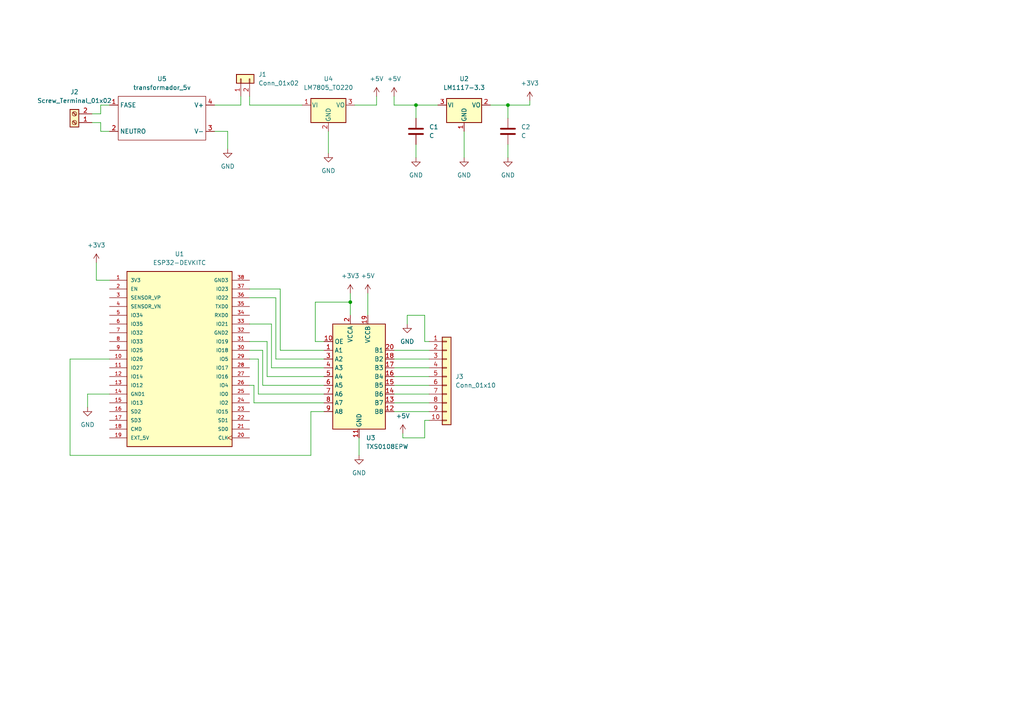
<source format=kicad_sch>
(kicad_sch (version 20211123) (generator eeschema)
  (paper "A4")
  (lib_symbols
    (symbol "Connector:Screw_Terminal_01x02" (pin_names (offset 1.016) hide)
      (property "Reference" "J" (at 0 2.54 0))
      (property "Value" "Screw_Terminal_01x02" (at 0 -5.08 0))
      (symbol "Screw_Terminal_01x02_1_1"
        (rectangle (start -1.27 1.27) (end 1.27 -3.81) (stroke (width 0.254)) (fill (type background)))
        (circle (center 0 -2.54) (radius 0.635) (stroke (width 0.1524)))
        (polyline (pts (xy -0.5334 -2.2098) (xy 0.3302 -3.048)) (stroke (width 0.1524)))
        (polyline (pts (xy -0.5334 0.3302) (xy 0.3302 -0.508)) (stroke (width 0.1524)))
        (polyline (pts (xy -0.3556 -2.032) (xy 0.508 -2.8702)) (stroke (width 0.1524)))
        (polyline (pts (xy -0.3556 0.508) (xy 0.508 -0.3302)) (stroke (width 0.1524)))
        (circle (center 0 0) (radius 0.635) (stroke (width 0.1524)))
        (pin passive line (at -5.08 0 0) (length 3.81) (name "Pin_1") (number "1"))
        (pin passive line (at -5.08 -2.54 0) (length 3.81) (name "Pin_2") (number "2"))
      )
    )
    (symbol "Connector_Generic:Conn_01x02" (pin_names (offset 1.016) hide)
      (property "Reference" "J" (at 0 2.54 0))
      (property "Value" "Conn_01x02" (at 0 -5.08 0))
      (symbol "Conn_01x02_1_1"
        (rectangle (start -1.27 -2.413) (end 0 -2.667) (stroke (width 0.1524)))
        (rectangle (start -1.27 0.127) (end 0 -0.127) (stroke (width 0.1524)))
        (rectangle (start -1.27 1.27) (end 1.27 -3.81) (stroke (width 0.254)) (fill (type background)))
        (pin passive line (at -5.08 0 0) (length 3.81) (name "Pin_1") (number "1"))
        (pin passive line (at -5.08 -2.54 0) (length 3.81) (name "Pin_2") (number "2"))
      )
    )
    (symbol "Connector_Generic:Conn_01x10" (pin_names (offset 1.016) hide)
      (property "Reference" "J" (at 0 12.7 0))
      (property "Value" "Conn_01x10" (at 0 -15.24 0))
      (symbol "Conn_01x10_1_1"
        (rectangle (start -1.27 -12.573) (end 0 -12.827) (stroke (width 0.1524)))
        (rectangle (start -1.27 -10.033) (end 0 -10.287) (stroke (width 0.1524)))
        (rectangle (start -1.27 -7.493) (end 0 -7.747) (stroke (width 0.1524)))
        (rectangle (start -1.27 -4.953) (end 0 -5.207) (stroke (width 0.1524)))
        (rectangle (start -1.27 -2.413) (end 0 -2.667) (stroke (width 0.1524)))
        (rectangle (start -1.27 0.127) (end 0 -0.127) (stroke (width 0.1524)))
        (rectangle (start -1.27 2.667) (end 0 2.413) (stroke (width 0.1524)))
        (rectangle (start -1.27 5.207) (end 0 4.953) (stroke (width 0.1524)))
        (rectangle (start -1.27 7.747) (end 0 7.493) (stroke (width 0.1524)))
        (rectangle (start -1.27 10.287) (end 0 10.033) (stroke (width 0.1524)))
        (rectangle (start -1.27 11.43) (end 1.27 -13.97) (stroke (width 0.254)) (fill (type background)))
        (pin passive line (at -5.08 10.16 0) (length 3.81) (name "Pin_1") (number "1"))
        (pin passive line (at -5.08 -12.7 0) (length 3.81) (name "Pin_10") (number "10"))
        (pin passive line (at -5.08 7.62 0) (length 3.81) (name "Pin_2") (number "2"))
        (pin passive line (at -5.08 5.08 0) (length 3.81) (name "Pin_3") (number "3"))
        (pin passive line (at -5.08 2.54 0) (length 3.81) (name "Pin_4") (number "4"))
        (pin passive line (at -5.08 0 0) (length 3.81) (name "Pin_5") (number "5"))
        (pin passive line (at -5.08 -2.54 0) (length 3.81) (name "Pin_6") (number "6"))
        (pin passive line (at -5.08 -5.08 0) (length 3.81) (name "Pin_7") (number "7"))
        (pin passive line (at -5.08 -7.62 0) (length 3.81) (name "Pin_8") (number "8"))
        (pin passive line (at -5.08 -10.16 0) (length 3.81) (name "Pin_9") (number "9"))
      )
    )
    (symbol "Device:C" (pin_numbers hide) (pin_names (offset 0.254))
      (property "Reference" "C" (at 0.635 2.54 0))
      (property "Value" "C" (at 0.635 -2.54 0))
      (symbol "C_0_1"
        (polyline (pts (xy -2.032 -0.762) (xy 2.032 -0.762)) (stroke (width 0.508)))
        (polyline (pts (xy -2.032 0.762) (xy 2.032 0.762)) (stroke (width 0.508)))
      )
      (symbol "C_1_1"
        (pin passive line (at 0 3.81 270) (length 2.794) (name "~") (number "1"))
        (pin passive line (at 0 -3.81 90) (length 2.794) (name "~") (number "2"))
      )
    )
    (symbol "ESP32-DEVKITC:ESP32-DEVKITC" (pin_names (offset 1.016))
      (property "Reference" "U" (at -15.2572 26.0643 0))
      (property "Value" "ESP32-DEVKITC" (at -15.2563 -27.9698 0))
      (symbol "ESP32-DEVKITC_0_0"
        (rectangle (start -15.24 -25.4) (end 15.24 25.4) (stroke (width 0.254)) (fill (type background)))
        (pin power_in line (at -20.32 22.86 0) (length 5.08) (name "3V3") (number "1"))
        (pin bidirectional line (at -20.32 0 0) (length 5.08) (name "IO26") (number "10"))
        (pin bidirectional line (at -20.32 -2.54 0) (length 5.08) (name "IO27") (number "11"))
        (pin bidirectional line (at -20.32 -5.08 0) (length 5.08) (name "IO14") (number "12"))
        (pin bidirectional line (at -20.32 -7.62 0) (length 5.08) (name "IO12") (number "13"))
        (pin power_in line (at -20.32 -10.16 0) (length 5.08) (name "GND1") (number "14"))
        (pin bidirectional line (at -20.32 -12.7 0) (length 5.08) (name "IO13") (number "15"))
        (pin bidirectional line (at -20.32 -15.24 0) (length 5.08) (name "SD2") (number "16"))
        (pin bidirectional line (at -20.32 -17.78 0) (length 5.08) (name "SD3") (number "17"))
        (pin bidirectional line (at -20.32 -20.32 0) (length 5.08) (name "CMD") (number "18"))
        (pin power_in line (at -20.32 -22.86 0) (length 5.08) (name "EXT_5V") (number "19"))
        (pin input line (at -20.32 20.32 0) (length 5.08) (name "EN") (number "2"))
        (pin input clock (at 20.32 -22.86 180) (length 5.08) (name "CLK") (number "20"))
        (pin bidirectional line (at 20.32 -20.32 180) (length 5.08) (name "SD0") (number "21"))
        (pin bidirectional line (at 20.32 -17.78 180) (length 5.08) (name "SD1") (number "22"))
        (pin bidirectional line (at 20.32 -15.24 180) (length 5.08) (name "IO15") (number "23"))
        (pin bidirectional line (at 20.32 -12.7 180) (length 5.08) (name "IO2") (number "24"))
        (pin bidirectional line (at 20.32 -10.16 180) (length 5.08) (name "IO0") (number "25"))
        (pin bidirectional line (at 20.32 -7.62 180) (length 5.08) (name "IO4") (number "26"))
        (pin bidirectional line (at 20.32 -5.08 180) (length 5.08) (name "IO16") (number "27"))
        (pin bidirectional line (at 20.32 -2.54 180) (length 5.08) (name "IO17") (number "28"))
        (pin bidirectional line (at 20.32 0 180) (length 5.08) (name "IO5") (number "29"))
        (pin input line (at -20.32 17.78 0) (length 5.08) (name "SENSOR_VP") (number "3"))
        (pin bidirectional line (at 20.32 2.54 180) (length 5.08) (name "IO18") (number "30"))
        (pin bidirectional line (at 20.32 5.08 180) (length 5.08) (name "IO19") (number "31"))
        (pin power_in line (at 20.32 7.62 180) (length 5.08) (name "GND2") (number "32"))
        (pin bidirectional line (at 20.32 10.16 180) (length 5.08) (name "IO21") (number "33"))
        (pin input line (at 20.32 12.7 180) (length 5.08) (name "RXD0") (number "34"))
        (pin output line (at 20.32 15.24 180) (length 5.08) (name "TXD0") (number "35"))
        (pin bidirectional line (at 20.32 17.78 180) (length 5.08) (name "IO22") (number "36"))
        (pin bidirectional line (at 20.32 20.32 180) (length 5.08) (name "IO23") (number "37"))
        (pin power_in line (at 20.32 22.86 180) (length 5.08) (name "GND3") (number "38"))
        (pin input line (at -20.32 15.24 0) (length 5.08) (name "SENSOR_VN") (number "4"))
        (pin bidirectional line (at -20.32 12.7 0) (length 5.08) (name "IO34") (number "5"))
        (pin bidirectional line (at -20.32 10.16 0) (length 5.08) (name "IO35") (number "6"))
        (pin bidirectional line (at -20.32 7.62 0) (length 5.08) (name "IO32") (number "7"))
        (pin bidirectional line (at -20.32 5.08 0) (length 5.08) (name "IO33") (number "8"))
        (pin bidirectional line (at -20.32 2.54 0) (length 5.08) (name "IO25") (number "9"))
      )
    )
    (symbol "ESP32-DEVKITC:transformador_5v"
      (property "Reference" "U" (at 0 -12.7 0))
      (property "Value" "transformador_5v" (at 1.27 -10.16 0))
      (symbol "transformador_5v_0_1"
        (rectangle (start -12.7 6.35) (end 12.7 -6.35))
      )
      (symbol "transformador_5v_1_1"
        (pin input line (at -15.24 3.81 0) (length 2.54) (name "FASE") (number "1"))
        (pin input line (at -15.24 -3.81 0) (length 2.54) (name "NEUTRO") (number "2"))
        (pin output line (at 15.24 -3.81 180) (length 2.54) (name "V-") (number "3"))
        (pin output line (at 15.24 3.81 180) (length 2.54) (name "V+") (number "4"))
      )
    )
    (symbol "Logic_LevelTranslator:TXS0108EPW"
      (property "Reference" "U" (at -6.35 16.51 0))
      (property "Value" "TXS0108EPW" (at 3.81 16.51 0))
      (symbol "TXS0108EPW_0_1"
        (rectangle (start -7.62 15.24) (end 7.62 -15.24) (stroke (width 0.254)) (fill (type background)))
      )
      (symbol "TXS0108EPW_1_1"
        (pin bidirectional line (at -10.16 7.62 0) (length 2.54) (name "A1") (number "1"))
        (pin input line (at -10.16 10.16 0) (length 2.54) (name "OE") (number "10"))
        (pin power_in line (at 0 -17.78 90) (length 2.54) (name "GND") (number "11"))
        (pin bidirectional line (at 10.16 -10.16 180) (length 2.54) (name "B8") (number "12"))
        (pin bidirectional line (at 10.16 -7.62 180) (length 2.54) (name "B7") (number "13"))
        (pin bidirectional line (at 10.16 -5.08 180) (length 2.54) (name "B6") (number "14"))
        (pin bidirectional line (at 10.16 -2.54 180) (length 2.54) (name "B5") (number "15"))
        (pin bidirectional line (at 10.16 0 180) (length 2.54) (name "B4") (number "16"))
        (pin bidirectional line (at 10.16 2.54 180) (length 2.54) (name "B3") (number "17"))
        (pin bidirectional line (at 10.16 5.08 180) (length 2.54) (name "B2") (number "18"))
        (pin power_in line (at 2.54 17.78 270) (length 2.54) (name "VCCB") (number "19"))
        (pin power_in line (at -2.54 17.78 270) (length 2.54) (name "VCCA") (number "2"))
        (pin bidirectional line (at 10.16 7.62 180) (length 2.54) (name "B1") (number "20"))
        (pin bidirectional line (at -10.16 5.08 0) (length 2.54) (name "A2") (number "3"))
        (pin bidirectional line (at -10.16 2.54 0) (length 2.54) (name "A3") (number "4"))
        (pin bidirectional line (at -10.16 0 0) (length 2.54) (name "A4") (number "5"))
        (pin bidirectional line (at -10.16 -2.54 0) (length 2.54) (name "A5") (number "6"))
        (pin bidirectional line (at -10.16 -5.08 0) (length 2.54) (name "A6") (number "7"))
        (pin bidirectional line (at -10.16 -7.62 0) (length 2.54) (name "A7") (number "8"))
        (pin bidirectional line (at -10.16 -10.16 0) (length 2.54) (name "A8") (number "9"))
      )
    )
    (symbol "Regulator_Linear:LM1117-3.3" (pin_names (offset 0.254))
      (property "Reference" "U" (at -3.81 3.175 0))
      (property "Value" "LM1117-3.3" (at 0 3.175 0))
      (symbol "LM1117-3.3_0_1"
        (rectangle (start -5.08 -5.08) (end 5.08 1.905) (stroke (width 0.254)) (fill (type background)))
      )
      (symbol "LM1117-3.3_1_1"
        (pin power_in line (at 0 -7.62 90) (length 2.54) (name "GND") (number "1"))
        (pin power_out line (at 7.62 0 180) (length 2.54) (name "VO") (number "2"))
        (pin power_in line (at -7.62 0 0) (length 2.54) (name "VI") (number "3"))
      )
    )
    (symbol "Regulator_Linear:LM7805_TO220" (pin_names (offset 0.254))
      (property "Reference" "U" (at -3.81 3.175 0))
      (property "Value" "LM7805_TO220" (at 0 3.175 0))
      (symbol "LM7805_TO220_0_1"
        (rectangle (start -5.08 1.905) (end 5.08 -5.08) (stroke (width 0.254)) (fill (type background)))
      )
      (symbol "LM7805_TO220_1_1"
        (pin power_in line (at -7.62 0 0) (length 2.54) (name "VI") (number "1"))
        (pin power_in line (at 0 -7.62 90) (length 2.54) (name "GND") (number "2"))
        (pin power_out line (at 7.62 0 180) (length 2.54) (name "VO") (number "3"))
      )
    )
    (symbol "power:+3V3" (power) (pin_names (offset 0))
      (property "Value" "+3V3" (at 0 3.556 0))
      (symbol "+3V3_0_1"
        (polyline (pts (xy -0.762 1.27) (xy 0 2.54)))
        (polyline (pts (xy 0 0) (xy 0 2.54)))
        (polyline (pts (xy 0 2.54) (xy 0.762 1.27)))
      )
      (symbol "+3V3_1_1"
        (pin power_in line (at 0 0 90) (length 0) hide (name "+3V3") (number "1"))
      )
    )
    (symbol "power:+5V" (power) (pin_names (offset 0))
      (property "Value" "+5V" (at 0 3.556 0))
      (symbol "+5V_0_1"
        (polyline (pts (xy -0.762 1.27) (xy 0 2.54)))
        (polyline (pts (xy 0 0) (xy 0 2.54)))
        (polyline (pts (xy 0 2.54) (xy 0.762 1.27)))
      )
      (symbol "+5V_1_1"
        (pin power_in line (at 0 0 90) (length 0) hide (name "+5V") (number "1"))
      )
    )
    (symbol "power:GND" (power) (pin_names (offset 0))
      (property "Value" "GND" (at 0 -3.81 0))
      (symbol "GND_0_1"
        (polyline (pts (xy 0 0) (xy 0 -1.27) (xy 1.27 -1.27) (xy 0 -2.54) (xy -1.27 -1.27) (xy 0 -1.27)))
      )
      (symbol "GND_1_1"
        (pin power_in line (at 0 0 270) (length 0) hide (name "GND") (number "1"))
      )
    )
  )
  (junction (at 101.6 87.63))
  (junction (at 147.32 30.48))
  (junction (at 120.65 30.48))
  (wire (pts (xy 123.19 121.92) (xy 124.46 121.92)))
  (wire (pts (xy 134.62 38.1) (xy 134.62 45.72)))
  (wire (pts (xy 29.21 30.48) (xy 31.75 30.48)))
  (wire (pts (xy 27.94 81.28) (xy 31.75 81.28)))
  (wire (pts (xy 109.22 30.48) (xy 102.87 30.48)))
  (wire (pts (xy 31.75 114.3) (xy 25.4 114.3)))
  (wire (pts (xy 127 30.48) (xy 120.65 30.48)))
  (wire (pts (xy 120.65 41.91) (xy 120.65 45.72)))
  (wire (pts (xy 20.32 104.14) (xy 20.32 132.08)))
  (wire (pts (xy 74.93 104.14) (xy 74.93 114.3)))
  (wire (pts (xy 114.3 104.14) (xy 124.46 104.14)))
  (wire (pts (xy 91.44 87.63) (xy 101.6 87.63)))
  (wire (pts (xy 29.21 33.02) (xy 29.21 30.48)))
  (wire (pts (xy 78.74 106.68) (xy 93.98 106.68)))
  (wire (pts (xy 74.93 114.3) (xy 93.98 114.3)))
  (wire (pts (xy 118.11 93.98) (xy 118.11 91.44)))
  (wire (pts (xy 29.21 38.1) (xy 31.75 38.1)))
  (wire (pts (xy 26.67 35.56) (xy 29.21 35.56)))
  (wire (pts (xy 81.28 83.82) (xy 81.28 101.6)))
  (wire (pts (xy 114.3 114.3) (xy 124.46 114.3)))
  (wire (pts (xy 72.39 27.94) (xy 72.39 30.48)))
  (wire (pts (xy 80.01 86.36) (xy 80.01 104.14)))
  (wire (pts (xy 118.11 91.44) (xy 123.19 91.44)))
  (wire (pts (xy 77.47 99.06) (xy 77.47 109.22)))
  (wire (pts (xy 66.04 38.1) (xy 66.04 43.18)))
  (wire (pts (xy 78.74 93.98) (xy 78.74 106.68)))
  (wire (pts (xy 90.17 119.38) (xy 93.98 119.38)))
  (wire (pts (xy 62.23 38.1) (xy 66.04 38.1)))
  (wire (pts (xy 90.17 132.08) (xy 90.17 119.38)))
  (wire (pts (xy 20.32 132.08) (xy 90.17 132.08)))
  (wire (pts (xy 153.67 30.48) (xy 147.32 30.48)))
  (wire (pts (xy 114.3 106.68) (xy 124.46 106.68)))
  (wire (pts (xy 153.67 29.21) (xy 153.67 30.48)))
  (wire (pts (xy 114.3 116.84) (xy 124.46 116.84)))
  (wire (pts (xy 72.39 93.98) (xy 78.74 93.98)))
  (wire (pts (xy 147.32 41.91) (xy 147.32 45.72)))
  (wire (pts (xy 123.19 127) (xy 123.19 121.92)))
  (wire (pts (xy 72.39 86.36) (xy 80.01 86.36)))
  (wire (pts (xy 73.66 116.84) (xy 93.98 116.84)))
  (wire (pts (xy 81.28 101.6) (xy 93.98 101.6)))
  (wire (pts (xy 104.14 127) (xy 104.14 132.08)))
  (wire (pts (xy 29.21 35.56) (xy 29.21 38.1)))
  (wire (pts (xy 76.2 111.76) (xy 93.98 111.76)))
  (wire (pts (xy 93.98 99.06) (xy 91.44 99.06)))
  (wire (pts (xy 101.6 85.09) (xy 101.6 87.63)))
  (wire (pts (xy 109.22 27.94) (xy 109.22 30.48)))
  (wire (pts (xy 114.3 101.6) (xy 124.46 101.6)))
  (wire (pts (xy 114.3 119.38) (xy 124.46 119.38)))
  (wire (pts (xy 114.3 109.22) (xy 124.46 109.22)))
  (wire (pts (xy 114.3 30.48) (xy 120.65 30.48)))
  (wire (pts (xy 114.3 27.94) (xy 114.3 30.48)))
  (wire (pts (xy 27.94 76.2) (xy 27.94 81.28)))
  (wire (pts (xy 91.44 99.06) (xy 91.44 87.63)))
  (wire (pts (xy 106.68 85.09) (xy 106.68 91.44)))
  (wire (pts (xy 147.32 30.48) (xy 147.32 34.29)))
  (wire (pts (xy 72.39 111.76) (xy 73.66 111.76)))
  (wire (pts (xy 26.67 33.02) (xy 29.21 33.02)))
  (wire (pts (xy 77.47 109.22) (xy 93.98 109.22)))
  (wire (pts (xy 72.39 30.48) (xy 87.63 30.48)))
  (wire (pts (xy 120.65 30.48) (xy 120.65 34.29)))
  (wire (pts (xy 123.19 91.44) (xy 123.19 99.06)))
  (wire (pts (xy 123.19 99.06) (xy 124.46 99.06)))
  (wire (pts (xy 116.84 127) (xy 123.19 127)))
  (wire (pts (xy 31.75 104.14) (xy 20.32 104.14)))
  (wire (pts (xy 95.25 38.1) (xy 95.25 44.45)))
  (wire (pts (xy 25.4 114.3) (xy 25.4 118.11)))
  (wire (pts (xy 69.85 27.94) (xy 69.85 30.48)))
  (wire (pts (xy 72.39 101.6) (xy 76.2 101.6)))
  (wire (pts (xy 73.66 111.76) (xy 73.66 116.84)))
  (wire (pts (xy 142.24 30.48) (xy 147.32 30.48)))
  (wire (pts (xy 116.84 125.73) (xy 116.84 127)))
  (wire (pts (xy 80.01 104.14) (xy 93.98 104.14)))
  (wire (pts (xy 114.3 111.76) (xy 124.46 111.76)))
  (wire (pts (xy 101.6 87.63) (xy 101.6 91.44)))
  (wire (pts (xy 72.39 104.14) (xy 74.93 104.14)))
  (wire (pts (xy 72.39 83.82) (xy 81.28 83.82)))
  (wire (pts (xy 76.2 101.6) (xy 76.2 111.76)))
  (wire (pts (xy 69.85 30.48) (xy 62.23 30.48)))
  (wire (pts (xy 72.39 99.06) (xy 77.47 99.06)))
  (symbol (lib_id "Logic_LevelTranslator:TXS0108EPW") (at 104.14 109.22 0) (unit 1)
    (property "Reference" "U3" (at 106.1594 127 0) (effects (justify left)))
    (property "Value" "TXS0108EPW" (at 106.1594 129.54 0) (effects (justify left)))
    (property "Footprint" "ESP32-DEVKITC:txs0108" (effects hide))
    (property "Datasheet" "www.ti.com/lit/ds/symlink/txs0108e.pdf" (effects hide))
  )
  (symbol (lib_id "power:+5V") (at 116.84 125.73 0) (unit 1)
    (property "Reference" "#PWR0113" (effects hide))
    (property "Value" "+5V" (at 116.84 120.65 0))
  )
  (symbol (lib_id "power:+5V") (at 106.68 85.09 0) (unit 1)
    (property "Reference" "#PWR0108" (effects hide))
    (property "Value" "+5V" (at 106.68 80.01 0))
  )
  (symbol (lib_id "power:GND") (at 66.04 43.18 0) (unit 1)
    (property "Reference" "#PWR02" (effects hide))
    (property "Value" "GND" (at 66.04 48.26 0))
  )
  (symbol (lib_id "power:GND") (at 95.25 44.45 0) (unit 1)
    (property "Reference" "#PWR03" (effects hide))
    (property "Value" "GND" (at 95.25 49.53 0))
  )
  (symbol (lib_id "Regulator_Linear:LM7805_TO220") (at 95.25 30.48 0) (unit 1)
    (property "Reference" "U4" (at 95.25 22.86 0))
    (property "Value" "LM7805_TO220" (at 95.25 25.4 0))
    (property "Footprint" "Package_TO_SOT_THT:TO-220-3_Vertical" (effects hide))
    (property "Datasheet" "https://www.onsemi.cn/PowerSolutions/document/MC7800-D.PDF" (effects hide))
  )
  (symbol (lib_id "power:+3V3") (at 153.67 29.21 0) (unit 1)
    (property "Reference" "#PWR0102" (effects hide))
    (property "Value" "+3V3" (at 153.67 24.13 0))
  )
  (symbol (lib_id "Regulator_Linear:LM1117-3.3") (at 134.62 30.48 0) (unit 1)
    (property "Reference" "U2" (at 134.62 22.86 0))
    (property "Value" "LM1117-3.3" (at 134.62 25.4 0))
    (property "Footprint" "lm1117:TO254P1054X470X1955-3" (effects hide))
    (property "Datasheet" "http://www.ti.com/lit/ds/symlink/lm1117.pdf" (effects hide))
  )
  (symbol (lib_id "ESP32-DEVKITC:transformador_5v") (at 46.99 34.29 0) (unit 1)
    (property "Reference" "U5" (at 46.99 22.86 0))
    (property "Value" "transformador_5v" (at 46.99 25.4 0))
    (property "Footprint" "ESP32-DEVKITC:TRANSFORMADOR 5V" (effects hide))
  )
  (symbol (lib_id "power:GND") (at 104.14 132.08 0) (unit 1)
    (property "Reference" "#PWR0112" (effects hide))
    (property "Value" "GND" (at 104.14 137.16 0))
  )
  (symbol (lib_id "Device:C") (at 147.32 38.1 0) (unit 1)
    (property "Reference" "C2" (at 151.13 36.8299 0) (effects (justify left)))
    (property "Value" "C" (at 151.13 39.3699 0) (effects (justify left)))
    (property "Footprint" "Capacitor_THT:CP_Radial_D4.0mm_P2.00mm" (effects hide))
  )
  (symbol (lib_id "power:GND") (at 120.65 45.72 0) (unit 1)
    (property "Reference" "#PWR0105" (effects hide))
    (property "Value" "GND" (at 120.65 50.8 0))
  )
  (symbol (lib_id "power:GND") (at 147.32 45.72 0) (unit 1)
    (property "Reference" "#PWR0106" (effects hide))
    (property "Value" "GND" (at 147.32 50.8 0))
  )
  (symbol (lib_id "power:GND") (at 118.11 93.98 0) (unit 1)
    (property "Reference" "#PWR0109" (effects hide))
    (property "Value" "GND" (at 118.11 99.06 0))
  )
  (symbol (lib_id "Connector_Generic:Conn_01x10") (at 129.54 109.22 0) (unit 1)
    (property "Reference" "J3" (at 132.08 109.2199 0) (effects (justify left)))
    (property "Value" "Conn_01x10" (at 132.08 111.7599 0) (effects (justify left)))
    (property "Footprint" "Connector_PinHeader_2.54mm:PinHeader_1x10_P2.54mm_Vertical" (effects hide))
  )
  (symbol (lib_id "ESP32-DEVKITC:ESP32-DEVKITC") (at 52.07 104.14 0) (unit 1)
    (property "Reference" "U1" (at 52.07 73.66 0))
    (property "Value" "ESP32-DEVKITC" (at 52.07 76.2 0))
    (property "Footprint" "ESP32-DEVKITC:MODULE_ESP32-DEVKITC" (effects hide))
    (property "SnapEDA_Link" "https://www.snapeda.com/parts/ESP32-DEVKITC/Espressif+Systems/view-part/?ref=snap" (effects hide))
    (property "Description" "\nESP32-WROOM-32UE series Transceiver; 802.11 b/g/n (Wi-Fi, WiFi, WLAN), Bluetooth ® Smart Ready 4.x Dual Mode Evaluation Board\n" (effects hide))
    (property "Package" "None" (effects hide))
    (property "Check_prices" "https://www.snapeda.com/parts/ESP32-DEVKITC/Espressif+Systems/view-part/?ref=eda" (effects hide))
    (property "STANDARD" "Manufacturer Recommendations" (effects hide))
    (property "PARTREV" "N/A" (effects hide))
    (property "MF" "Espressif Systems" (effects hide))
    (property "MP" "ESP32-DEVKITC" (effects hide))
    (property "MANUFACTURER" "ESPRESSIF" (effects hide))
  )
  (symbol (lib_id "power:GND") (at 134.62 45.72 0) (unit 1)
    (property "Reference" "#PWR0104" (effects hide))
    (property "Value" "GND" (at 134.62 50.8 0))
  )
  (symbol (lib_id "power:+5V") (at 114.3 27.94 0) (unit 1)
    (property "Reference" "#PWR0103" (effects hide))
    (property "Value" "+5V" (at 114.3 22.86 0))
  )
  (symbol (lib_id "Connector:Screw_Terminal_01x02") (at 21.59 35.56 180) (unit 1)
    (property "Reference" "J2" (at 21.59 26.67 0))
    (property "Value" "Screw_Terminal_01x02" (at 21.59 29.21 0))
    (property "Footprint" "TerminalBlock:TerminalBlock_bornier-2_P5.08mm" (effects hide))
  )
  (symbol (lib_id "power:+3V3") (at 101.6 85.09 0) (unit 1)
    (property "Reference" "#PWR0107" (effects hide))
    (property "Value" "+3V3" (at 101.6 80.01 0))
  )
  (symbol (lib_id "Connector_Generic:Conn_01x02") (at 69.85 22.86 90) (unit 1)
    (property "Reference" "J1" (at 74.93 21.5899 90) (effects (justify right)))
    (property "Value" "Conn_01x02" (at 74.93 24.1299 90) (effects (justify right)))
    (property "Footprint" "Connector_PinHeader_2.54mm:PinHeader_1x02_P2.54mm_Vertical" (effects hide))
  )
  (symbol (lib_id "Device:C") (at 120.65 38.1 0) (unit 1)
    (property "Reference" "C1" (at 124.46 36.8299 0) (effects (justify left)))
    (property "Value" "C" (at 124.46 39.3699 0) (effects (justify left)))
    (property "Footprint" "Capacitor_THT:CP_Radial_D4.0mm_P2.00mm" (effects hide))
  )
  (symbol (lib_id "power:GND") (at 25.4 118.11 0) (unit 1)
    (property "Reference" "#PWR0110" (effects hide))
    (property "Value" "GND" (at 25.4 123.19 0))
  )
  (symbol (lib_id "power:+5V") (at 109.22 27.94 0) (unit 1)
    (property "Reference" "#PWR01" (effects hide))
    (property "Value" "+5V" (at 109.22 22.86 0))
  )
  (symbol (lib_id "power:+3V3") (at 27.94 76.2 0) (unit 1)
    (property "Reference" "#PWR0111" (effects hide))
    (property "Value" "+3V3" (at 27.94 71.12 0))
  )
)
</source>
